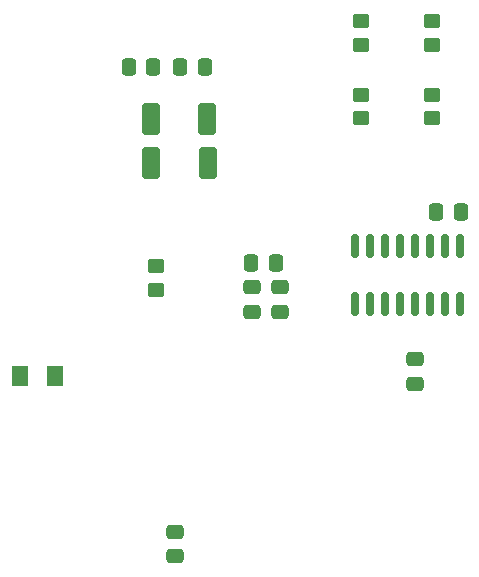
<source format=gbr>
%TF.GenerationSoftware,KiCad,Pcbnew,8.0.4*%
%TF.CreationDate,2024-10-18T12:18:20-03:00*%
%TF.ProjectId,STM32_DEV_BOARD,53544d33-325f-4444-9556-5f424f415244,rev?*%
%TF.SameCoordinates,Original*%
%TF.FileFunction,Paste,Bot*%
%TF.FilePolarity,Positive*%
%FSLAX46Y46*%
G04 Gerber Fmt 4.6, Leading zero omitted, Abs format (unit mm)*
G04 Created by KiCad (PCBNEW 8.0.4) date 2024-10-18 12:18:20*
%MOMM*%
%LPD*%
G01*
G04 APERTURE LIST*
G04 Aperture macros list*
%AMRoundRect*
0 Rectangle with rounded corners*
0 $1 Rounding radius*
0 $2 $3 $4 $5 $6 $7 $8 $9 X,Y pos of 4 corners*
0 Add a 4 corners polygon primitive as box body*
4,1,4,$2,$3,$4,$5,$6,$7,$8,$9,$2,$3,0*
0 Add four circle primitives for the rounded corners*
1,1,$1+$1,$2,$3*
1,1,$1+$1,$4,$5*
1,1,$1+$1,$6,$7*
1,1,$1+$1,$8,$9*
0 Add four rect primitives between the rounded corners*
20,1,$1+$1,$2,$3,$4,$5,0*
20,1,$1+$1,$4,$5,$6,$7,0*
20,1,$1+$1,$6,$7,$8,$9,0*
20,1,$1+$1,$8,$9,$2,$3,0*%
G04 Aperture macros list end*
%ADD10RoundRect,0.250000X0.450000X-0.350000X0.450000X0.350000X-0.450000X0.350000X-0.450000X-0.350000X0*%
%ADD11RoundRect,0.250000X-0.450000X0.350000X-0.450000X-0.350000X0.450000X-0.350000X0.450000X0.350000X0*%
%ADD12RoundRect,0.250000X-0.475000X0.337500X-0.475000X-0.337500X0.475000X-0.337500X0.475000X0.337500X0*%
%ADD13RoundRect,0.250000X-0.337500X-0.475000X0.337500X-0.475000X0.337500X0.475000X-0.337500X0.475000X0*%
%ADD14RoundRect,0.250000X-0.500000X-1.100000X0.500000X-1.100000X0.500000X1.100000X-0.500000X1.100000X0*%
%ADD15RoundRect,0.250000X0.475000X-0.337500X0.475000X0.337500X-0.475000X0.337500X-0.475000X-0.337500X0*%
%ADD16RoundRect,0.250000X0.500000X1.100000X-0.500000X1.100000X-0.500000X-1.100000X0.500000X-1.100000X0*%
%ADD17RoundRect,0.250000X0.337500X0.475000X-0.337500X0.475000X-0.337500X-0.475000X0.337500X-0.475000X0*%
%ADD18RoundRect,0.250001X0.462499X0.624999X-0.462499X0.624999X-0.462499X-0.624999X0.462499X-0.624999X0*%
%ADD19RoundRect,0.150000X0.150000X-0.825000X0.150000X0.825000X-0.150000X0.825000X-0.150000X-0.825000X0*%
G04 APERTURE END LIST*
D10*
%TO.C,R6*%
X166810000Y-87012500D03*
X166810000Y-85012500D03*
%TD*%
D11*
%TO.C,R4*%
X172820000Y-78767500D03*
X172820000Y-80767500D03*
%TD*%
D12*
%TO.C,C12*%
X171440000Y-107402500D03*
X171440000Y-109477500D03*
%TD*%
D13*
%TO.C,C4*%
X151512500Y-82660000D03*
X153587500Y-82660000D03*
%TD*%
D14*
%TO.C,D1*%
X149020000Y-87080000D03*
X153820000Y-87080000D03*
%TD*%
D15*
%TO.C,C11*%
X157560000Y-103377500D03*
X157560000Y-101302500D03*
%TD*%
%TO.C,C5*%
X151060000Y-124097500D03*
X151060000Y-122022500D03*
%TD*%
D16*
%TO.C,D3*%
X153870000Y-90810000D03*
X149070000Y-90810000D03*
%TD*%
D17*
%TO.C,C13*%
X175257500Y-94910000D03*
X173182500Y-94910000D03*
%TD*%
%TO.C,C2*%
X149247500Y-82670000D03*
X147172500Y-82670000D03*
%TD*%
D11*
%TO.C,R3*%
X149480000Y-99550000D03*
X149480000Y-101550000D03*
%TD*%
D15*
%TO.C,C10*%
X159940000Y-103377500D03*
X159940000Y-101302500D03*
%TD*%
D18*
%TO.C,F1*%
X140917500Y-108840000D03*
X137942500Y-108840000D03*
%TD*%
D11*
%TO.C,R1*%
X166810000Y-78775000D03*
X166810000Y-80775000D03*
%TD*%
D19*
%TO.C,U4*%
X175250000Y-102770000D03*
X173980000Y-102770000D03*
X172710000Y-102770000D03*
X171440000Y-102770000D03*
X170170000Y-102770000D03*
X168900000Y-102770000D03*
X167630000Y-102770000D03*
X166360000Y-102770000D03*
X166360000Y-97820000D03*
X167630000Y-97820000D03*
X168900000Y-97820000D03*
X170170000Y-97820000D03*
X171440000Y-97820000D03*
X172710000Y-97820000D03*
X173980000Y-97820000D03*
X175250000Y-97820000D03*
%TD*%
D17*
%TO.C,C9*%
X159627500Y-99260000D03*
X157552500Y-99260000D03*
%TD*%
D10*
%TO.C,R5*%
X172800000Y-87017500D03*
X172800000Y-85017500D03*
%TD*%
M02*

</source>
